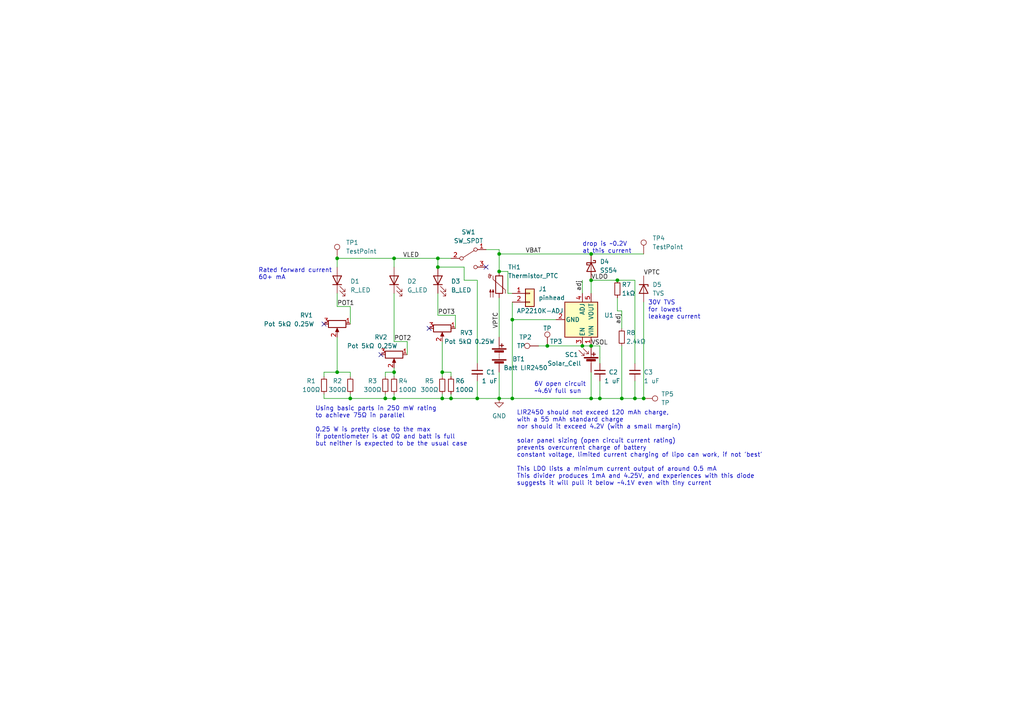
<source format=kicad_sch>
(kicad_sch (version 20211123) (generator eeschema)
  (paper "A4")
  (lib_symbols
    (symbol "Connector:TestPoint" (pin_numbers hide) (pin_names (offset 0.762) hide)
      (property "Reference" "TP" (at 0 6.858 0))
      (property "Value" "TestPoint" (at 0 5.08 0))
      (symbol "TestPoint_0_1"
        (circle (center 0 3.302) (radius 0.762))
      )
      (symbol "TestPoint_1_1"
        (pin passive line (at 0 0 90) (length 2.54) (name "1") (number "1"))
      )
    )
    (symbol "Connector_Generic:Conn_01x02" (pin_names (offset 1.016) hide)
      (property "Reference" "J" (at 0 2.54 0))
      (property "Value" "Conn_01x02" (at 0 -5.08 0))
      (symbol "Conn_01x02_1_1"
        (rectangle (start -1.27 -2.413) (end 0 -2.667) (stroke (width 0.1524)))
        (rectangle (start -1.27 0.127) (end 0 -0.127) (stroke (width 0.1524)))
        (rectangle (start -1.27 1.27) (end 1.27 -3.81) (stroke (width 0.254)) (fill (type background)))
        (pin passive line (at -5.08 0 0) (length 3.81) (name "Pin_1") (number "1"))
        (pin passive line (at -5.08 -2.54 0) (length 3.81) (name "Pin_2") (number "2"))
      )
    )
    (symbol "Device:Battery" (pin_numbers hide) (pin_names (offset 0) hide)
      (property "Reference" "BT" (at 2.54 2.54 0))
      (property "Value" "Battery" (at 2.54 0 0))
      (symbol "Battery_0_1"
        (rectangle (start -2.032 -1.397) (end 2.032 -1.651) (fill (type outline)))
        (rectangle (start -2.032 1.778) (end 2.032 1.524) (fill (type outline)))
        (rectangle (start -1.3208 -1.9812) (end 1.27 -2.4892) (fill (type outline)))
        (rectangle (start -1.3208 1.1938) (end 1.27 0.6858) (fill (type outline)))
        (polyline (pts (xy 0 -1.524) (xy 0 -1.27)))
        (polyline (pts (xy 0 -1.016) (xy 0 -0.762)))
        (polyline (pts (xy 0 -0.508) (xy 0 -0.254)))
        (polyline (pts (xy 0 0) (xy 0 0.254)))
        (polyline (pts (xy 0 0.508) (xy 0 0.762)))
        (polyline (pts (xy 0 1.778) (xy 0 2.54)))
        (polyline (pts (xy 0.254 2.667) (xy 1.27 2.667)) (stroke (width 0.254)))
        (polyline (pts (xy 0.762 3.175) (xy 0.762 2.159)) (stroke (width 0.254)))
      )
      (symbol "Battery_1_1"
        (pin passive line (at 0 5.08 270) (length 2.54) (name "+") (number "1"))
        (pin passive line (at 0 -5.08 90) (length 2.54) (name "-") (number "2"))
      )
    )
    (symbol "Device:C_Small" (pin_numbers hide) (pin_names (offset 0.254) hide)
      (property "Reference" "C" (at 0.254 1.778 0))
      (property "Value" "C_Small" (at 0.254 -2.032 0))
      (symbol "C_Small_0_1"
        (polyline (pts (xy -1.524 -0.508) (xy 1.524 -0.508)) (stroke (width 0.3302)))
        (polyline (pts (xy -1.524 0.508) (xy 1.524 0.508)) (stroke (width 0.3048)))
      )
      (symbol "C_Small_1_1"
        (pin passive line (at 0 2.54 270) (length 2.032) (name "~") (number "1"))
        (pin passive line (at 0 -2.54 90) (length 2.032) (name "~") (number "2"))
      )
    )
    (symbol "Device:D_Schottky" (pin_numbers hide) (pin_names (offset 1.016) hide)
      (property "Reference" "D" (at 0 2.54 0))
      (property "Value" "D_Schottky" (at 0 -2.54 0))
      (symbol "D_Schottky_0_1"
        (polyline (pts (xy 1.27 0) (xy -1.27 0)))
        (polyline (pts (xy 1.27 1.27) (xy 1.27 -1.27) (xy -1.27 0) (xy 1.27 1.27)) (stroke (width 0.254)))
        (polyline (pts (xy -1.905 0.635) (xy -1.905 1.27) (xy -1.27 1.27) (xy -1.27 -1.27) (xy -0.635 -1.27) (xy -0.635 -0.635)) (stroke (width 0.254)))
      )
      (symbol "D_Schottky_1_1"
        (pin passive line (at -3.81 0 0) (length 2.54) (name "K") (number "1"))
        (pin passive line (at 3.81 0 180) (length 2.54) (name "A") (number "2"))
      )
    )
    (symbol "Device:D_Zener" (pin_numbers hide) (pin_names (offset 1.016) hide)
      (property "Reference" "D" (at 0 2.54 0))
      (property "Value" "D_Zener" (at 0 -2.54 0))
      (symbol "D_Zener_0_1"
        (polyline (pts (xy 1.27 0) (xy -1.27 0)))
        (polyline (pts (xy -1.27 -1.27) (xy -1.27 1.27) (xy -0.762 1.27)) (stroke (width 0.254)))
        (polyline (pts (xy 1.27 -1.27) (xy 1.27 1.27) (xy -1.27 0) (xy 1.27 -1.27)) (stroke (width 0.254)))
      )
      (symbol "D_Zener_1_1"
        (pin passive line (at -3.81 0 0) (length 2.54) (name "K") (number "1"))
        (pin passive line (at 3.81 0 180) (length 2.54) (name "A") (number "2"))
      )
    )
    (symbol "Device:LED" (pin_numbers hide) (pin_names (offset 1.016) hide)
      (property "Reference" "D" (at 0 2.54 0))
      (property "Value" "LED" (at 0 -2.54 0))
      (symbol "LED_0_1"
        (polyline (pts (xy -1.27 -1.27) (xy -1.27 1.27)) (stroke (width 0.254)))
        (polyline (pts (xy -1.27 0) (xy 1.27 0)))
        (polyline (pts (xy 1.27 -1.27) (xy 1.27 1.27) (xy -1.27 0) (xy 1.27 -1.27)) (stroke (width 0.254)))
        (polyline (pts (xy -3.048 -0.762) (xy -4.572 -2.286) (xy -3.81 -2.286) (xy -4.572 -2.286) (xy -4.572 -1.524)))
        (polyline (pts (xy -1.778 -0.762) (xy -3.302 -2.286) (xy -2.54 -2.286) (xy -3.302 -2.286) (xy -3.302 -1.524)))
      )
      (symbol "LED_1_1"
        (pin passive line (at -3.81 0 0) (length 2.54) (name "K") (number "1"))
        (pin passive line (at 3.81 0 180) (length 2.54) (name "A") (number "2"))
      )
    )
    (symbol "Device:R_Potentiometer" (pin_names (offset 1.016) hide)
      (property "Reference" "RV" (at -4.445 0 90))
      (property "Value" "R_Potentiometer" (at -2.54 0 90))
      (symbol "R_Potentiometer_0_1"
        (polyline (pts (xy 2.54 0) (xy 1.524 0)))
        (polyline (pts (xy 1.143 0) (xy 2.286 0.508) (xy 2.286 -0.508) (xy 1.143 0)) (fill (type outline)))
        (rectangle (start 1.016 2.54) (end -1.016 -2.54) (stroke (width 0.254)))
      )
      (symbol "R_Potentiometer_1_1"
        (pin passive line (at 0 3.81 270) (length 1.27) (name "1") (number "1"))
        (pin passive line (at 3.81 0 180) (length 1.27) (name "2") (number "2"))
        (pin passive line (at 0 -3.81 90) (length 1.27) (name "3") (number "3"))
      )
    )
    (symbol "Device:R_Small" (pin_numbers hide) (pin_names (offset 0.254) hide)
      (property "Reference" "R" (at 0.762 0.508 0))
      (property "Value" "R_Small" (at 0.762 -1.016 0))
      (symbol "R_Small_0_1"
        (rectangle (start -0.762 1.778) (end 0.762 -1.778) (stroke (width 0.2032)))
      )
      (symbol "R_Small_1_1"
        (pin passive line (at 0 2.54 270) (length 0.762) (name "~") (number "1"))
        (pin passive line (at 0 -2.54 90) (length 0.762) (name "~") (number "2"))
      )
    )
    (symbol "Device:Solar_Cell" (pin_numbers hide) (pin_names (offset 0) hide)
      (property "Reference" "SC" (at 2.54 2.54 0))
      (property "Value" "Solar_Cell" (at 2.54 0 0))
      (symbol "Solar_Cell_0_1"
        (rectangle (start -2.032 1.778) (end 2.032 1.524) (fill (type outline)))
        (rectangle (start -1.3208 1.1938) (end 1.27 0.6858) (fill (type outline)))
        (polyline (pts (xy -2.032 2.286) (xy -3.556 3.81)))
        (polyline (pts (xy -0.762 2.794) (xy -2.286 4.318)))
        (polyline (pts (xy 0 0.762) (xy 0 0)))
        (polyline (pts (xy 0 1.778) (xy 0 2.54)))
        (polyline (pts (xy 0.254 2.667) (xy 1.27 2.667)) (stroke (width 0.254)))
        (polyline (pts (xy 0.762 3.175) (xy 0.762 2.159)) (stroke (width 0.254)))
        (polyline (pts (xy -2.032 3.048) (xy -2.032 2.286) (xy -2.794 2.286)))
        (polyline (pts (xy -0.762 3.556) (xy -0.762 2.794) (xy -1.524 2.794)))
      )
      (symbol "Solar_Cell_1_1"
        (pin passive line (at 0 5.08 270) (length 2.54) (name "+") (number "1"))
        (pin passive line (at 0 -2.54 90) (length 2.54) (name "-") (number "2"))
      )
    )
    (symbol "Device:Thermistor_PTC" (pin_numbers hide) (pin_names (offset 0))
      (property "Reference" "TH" (at -4.064 0 90))
      (property "Value" "Thermistor_PTC" (at 3.048 0 90))
      (symbol "Thermistor_PTC_0_1"
        (arc (start -3.048 2.159) (mid -3.0505 2.3165) (end -3.175 2.413))
        (arc (start -3.048 2.159) (mid -2.9736 1.9794) (end -2.794 1.905))
        (arc (start -3.048 2.794) (mid -2.9736 2.6144) (end -2.794 2.54))
        (arc (start -2.794 1.905) (mid -2.6144 1.9794) (end -2.54 2.159))
        (arc (start -2.794 2.54) (mid -2.434 2.5608) (end -2.159 2.794))
        (arc (start -2.794 3.048) (mid -2.9736 2.9736) (end -3.048 2.794))
        (arc (start -2.54 2.794) (mid -2.6144 2.9736) (end -2.794 3.048))
        (rectangle (start -1.016 2.54) (end 1.016 -2.54) (stroke (width 0.254)))
        (polyline (pts (xy -2.54 2.159) (xy -2.54 2.794)))
        (polyline (pts (xy -1.778 2.54) (xy -1.778 1.524) (xy 1.778 -1.524) (xy 1.778 -2.54)))
        (polyline (pts (xy -2.54 -3.683) (xy -2.54 -1.397) (xy -2.794 -2.159) (xy -2.286 -2.159) (xy -2.54 -1.397) (xy -2.54 -1.651)) (fill (type outline)))
        (polyline (pts (xy -1.778 -3.683) (xy -1.778 -1.397) (xy -2.032 -2.159) (xy -1.524 -2.159) (xy -1.778 -1.397) (xy -1.778 -1.651)) (fill (type outline)))
      )
      (symbol "Thermistor_PTC_1_1"
        (pin passive line (at 0 3.81 270) (length 1.27) (name "~") (number "1"))
        (pin passive line (at 0 -3.81 90) (length 1.27) (name "~") (number "2"))
      )
    )
    (symbol "Regulator_Linear:AP2204K-ADJ" (pin_names (offset 0.254))
      (property "Reference" "U" (at -5.08 5.715 0))
      (property "Value" "AP2204K-ADJ" (at 0 5.715 0))
      (symbol "AP2204K-ADJ_0_1"
        (rectangle (start -5.08 4.445) (end 5.08 -5.08) (stroke (width 0.254)) (fill (type background)))
      )
      (symbol "AP2204K-ADJ_1_1"
        (pin power_in line (at -7.62 2.54 0) (length 2.54) (name "VIN") (number "1"))
        (pin power_in line (at 0 -7.62 90) (length 2.54) (name "GND") (number "2"))
        (pin input line (at -7.62 0 0) (length 2.54) (name "EN") (number "3"))
        (pin input line (at 7.62 0 180) (length 2.54) (name "ADJ") (number "4"))
        (pin power_out line (at 7.62 2.54 180) (length 2.54) (name "VOUT") (number "5"))
      )
    )
    (symbol "Switch:SW_SPDT" (pin_names (offset 0) hide)
      (property "Reference" "SW" (at 0 4.318 0))
      (property "Value" "SW_SPDT" (at 0 -5.08 0))
      (symbol "SW_SPDT_0_0"
        (circle (center -2.032 0) (radius 0.508))
        (circle (center 2.032 -2.54) (radius 0.508))
      )
      (symbol "SW_SPDT_0_1"
        (polyline (pts (xy -1.524 0.254) (xy 1.651 2.286)))
        (circle (center 2.032 2.54) (radius 0.508))
      )
      (symbol "SW_SPDT_1_1"
        (pin passive line (at 5.08 2.54 180) (length 2.54) (name "A") (number "1"))
        (pin passive line (at -5.08 0 0) (length 2.54) (name "B") (number "2"))
        (pin passive line (at 5.08 -2.54 180) (length 2.54) (name "C") (number "3"))
      )
    )
    (symbol "power:GND" (power) (pin_names (offset 0))
      (property "Value" "GND" (at 0 -3.81 0))
      (symbol "GND_0_1"
        (polyline (pts (xy 0 0) (xy 0 -1.27) (xy 1.27 -1.27) (xy 0 -2.54) (xy -1.27 -1.27) (xy 0 -1.27)))
      )
      (symbol "GND_1_1"
        (pin power_in line (at 0 0 270) (length 0) hide (name "GND") (number "1"))
      )
    )
  )
  (junction (at 171.45 81.28))
  (junction (at 128.27 115.57))
  (junction (at 97.79 107.95))
  (junction (at 128.27 107.95))
  (junction (at 114.3 74.93))
  (junction (at 127 77.47))
  (junction (at 158.75 100.33))
  (junction (at 179.07 81.28))
  (junction (at 144.78 73.66))
  (junction (at 114.3 107.95))
  (junction (at 168.91 100.33))
  (junction (at 111.76 115.57))
  (junction (at 186.69 115.57))
  (junction (at 173.99 115.57))
  (junction (at 127 74.93))
  (junction (at 144.78 78.74))
  (junction (at 114.3 115.57))
  (junction (at 97.79 74.93))
  (junction (at 184.15 115.57))
  (junction (at 171.45 100.33))
  (junction (at 138.43 115.57))
  (junction (at 144.78 115.57))
  (junction (at 171.45 73.66))
  (junction (at 148.59 115.57))
  (junction (at 171.45 115.57))
  (junction (at 101.6 115.57))
  (junction (at 130.81 115.57))
  (junction (at 180.34 115.57))
  (junction (at 148.59 92.71))
  (no_connect (at 124.46 95.25))
  (no_connect (at 110.49 102.87))
  (no_connect (at 93.98 93.98))
  (no_connect (at 140.97 77.47))
  (wire (pts (xy 101.6 107.95) (xy 97.79 107.95)))
  (wire (pts (xy 132.08 91.44) (xy 132.08 95.25)))
  (wire (pts (xy 130.81 114.3) (xy 130.81 115.57)))
  (wire (pts (xy 114.3 114.3) (xy 114.3 115.57)))
  (wire (pts (xy 180.34 100.33) (xy 180.34 115.57)))
  (wire (pts (xy 168.91 81.28) (xy 168.91 85.09)))
  (wire (pts (xy 97.79 74.93) (xy 114.3 74.93)))
  (wire (pts (xy 147.32 85.09) (xy 147.32 78.74)))
  (wire (pts (xy 130.81 109.22) (xy 130.81 107.95)))
  (wire (pts (xy 156.21 100.33) (xy 158.75 100.33)))
  (wire (pts (xy 148.59 87.63) (xy 148.59 92.71)))
  (wire (pts (xy 114.3 74.93) (xy 127 74.93)))
  (wire (pts (xy 186.69 87.63) (xy 186.69 115.57)))
  (wire (pts (xy 148.59 115.57) (xy 171.45 115.57)))
  (wire (pts (xy 180.34 90.17) (xy 179.07 90.17)))
  (wire (pts (xy 93.98 107.95) (xy 93.98 109.22)))
  (wire (pts (xy 134.62 81.28) (xy 134.62 77.47)))
  (wire (pts (xy 138.43 110.49) (xy 138.43 115.57)))
  (wire (pts (xy 148.59 85.09) (xy 147.32 85.09)))
  (wire (pts (xy 130.81 115.57) (xy 138.43 115.57)))
  (wire (pts (xy 101.6 114.3) (xy 101.6 115.57)))
  (wire (pts (xy 144.78 107.95) (xy 144.78 115.57)))
  (wire (pts (xy 114.3 77.47) (xy 114.3 74.93)))
  (wire (pts (xy 144.78 73.66) (xy 171.45 73.66)))
  (wire (pts (xy 184.15 81.28) (xy 179.07 81.28)))
  (wire (pts (xy 179.07 86.36) (xy 179.07 90.17)))
  (wire (pts (xy 171.45 115.57) (xy 173.99 115.57)))
  (wire (pts (xy 118.11 99.06) (xy 118.11 102.87)))
  (wire (pts (xy 127 74.93) (xy 130.81 74.93)))
  (wire (pts (xy 148.59 92.71) (xy 161.29 92.71)))
  (wire (pts (xy 179.07 81.28) (xy 171.45 81.28)))
  (wire (pts (xy 128.27 107.95) (xy 128.27 109.22)))
  (wire (pts (xy 144.78 78.74) (xy 147.32 78.74)))
  (wire (pts (xy 128.27 114.3) (xy 128.27 115.57)))
  (wire (pts (xy 144.78 72.39) (xy 144.78 73.66)))
  (wire (pts (xy 111.76 115.57) (xy 114.3 115.57)))
  (wire (pts (xy 128.27 107.95) (xy 130.81 107.95)))
  (wire (pts (xy 171.45 100.33) (xy 173.99 100.33)))
  (wire (pts (xy 101.6 88.9) (xy 101.6 93.98)))
  (wire (pts (xy 144.78 115.57) (xy 148.59 115.57)))
  (wire (pts (xy 171.45 107.95) (xy 171.45 115.57)))
  (wire (pts (xy 180.34 95.25) (xy 180.34 90.17)))
  (wire (pts (xy 114.3 99.06) (xy 118.11 99.06)))
  (wire (pts (xy 171.45 81.28) (xy 171.45 85.09)))
  (wire (pts (xy 93.98 114.3) (xy 93.98 115.57)))
  (wire (pts (xy 97.79 88.9) (xy 101.6 88.9)))
  (wire (pts (xy 114.3 106.68) (xy 114.3 107.95)))
  (wire (pts (xy 97.79 97.79) (xy 97.79 107.95)))
  (wire (pts (xy 111.76 109.22) (xy 111.76 107.95)))
  (wire (pts (xy 114.3 115.57) (xy 128.27 115.57)))
  (wire (pts (xy 168.91 100.33) (xy 171.45 100.33)))
  (wire (pts (xy 128.27 115.57) (xy 130.81 115.57)))
  (wire (pts (xy 144.78 86.36) (xy 144.78 97.79)))
  (wire (pts (xy 114.3 85.09) (xy 114.3 99.06)))
  (wire (pts (xy 173.99 115.57) (xy 180.34 115.57)))
  (wire (pts (xy 111.76 107.95) (xy 114.3 107.95)))
  (wire (pts (xy 127 85.09) (xy 127 91.44)))
  (wire (pts (xy 144.78 73.66) (xy 144.78 78.74)))
  (wire (pts (xy 93.98 115.57) (xy 101.6 115.57)))
  (wire (pts (xy 138.43 105.41) (xy 138.43 81.28)))
  (wire (pts (xy 97.79 77.47) (xy 97.79 74.93)))
  (wire (pts (xy 127 91.44) (xy 132.08 91.44)))
  (wire (pts (xy 114.3 107.95) (xy 114.3 109.22)))
  (wire (pts (xy 171.45 73.66) (xy 186.69 73.66)))
  (wire (pts (xy 101.6 109.22) (xy 101.6 107.95)))
  (wire (pts (xy 97.79 107.95) (xy 93.98 107.95)))
  (wire (pts (xy 138.43 115.57) (xy 144.78 115.57)))
  (wire (pts (xy 173.99 100.33) (xy 173.99 105.41)))
  (wire (pts (xy 111.76 114.3) (xy 111.76 115.57)))
  (wire (pts (xy 184.15 115.57) (xy 186.69 115.57)))
  (wire (pts (xy 127 74.93) (xy 127 77.47)))
  (wire (pts (xy 140.97 72.39) (xy 144.78 72.39)))
  (wire (pts (xy 134.62 77.47) (xy 127 77.47)))
  (wire (pts (xy 158.75 100.33) (xy 168.91 100.33)))
  (wire (pts (xy 148.59 92.71) (xy 148.59 115.57)))
  (wire (pts (xy 184.15 105.41) (xy 184.15 81.28)))
  (wire (pts (xy 101.6 115.57) (xy 111.76 115.57)))
  (wire (pts (xy 128.27 99.06) (xy 128.27 107.95)))
  (wire (pts (xy 180.34 115.57) (xy 184.15 115.57)))
  (wire (pts (xy 97.79 85.09) (xy 97.79 88.9)))
  (wire (pts (xy 184.15 110.49) (xy 184.15 115.57)))
  (wire (pts (xy 138.43 81.28) (xy 134.62 81.28)))
  (wire (pts (xy 173.99 110.49) (xy 173.99 115.57)))
  (text "Rated forward current\n60+ mA" (at 74.93 81.28 0) (effects (font (size 1.27 1.27)) (justify left bottom)))
  (text "LIR2450 should not exceed 120 mAh charge,\nwith a 55 mAh standard charge\nnor should it exceed 4.2V (with a small margin)\n\nsolar panel sizing (open circuit current rating)\nprevents overcurrent charge of battery\nconstant voltage, limited current charging of lipo can work, if not 'best'\n\nThis LDO lists a minimum current output of around 0.5 mA\nThis divider produces 1mA and 4.25V, and experiences with this diode\nsuggests it will pull it below ~4.1V even with tiny current" (at 149.86 140.97 0) (effects (font (size 1.27 1.27)) (justify left bottom)))
  (text "6V open circuit\n~4.6V full sun" (at 154.94 114.3 0) (effects (font (size 1.27 1.27)) (justify left bottom)))
  (text "30V TVS\nfor lowest\nleakage current" (at 187.96 92.71 0) (effects (font (size 1.27 1.27)) (justify left bottom)))
  (text "Using basic parts in 250 mW rating\nto achieve 75Ω in parallel\n\n0.25 W is pretty close to the max\nif potentiometer is at 0Ω and batt is full\nbut neither is expected to be the usual case" (at 91.44 129.54 0) (effects (font (size 1.27 1.27)) (justify left bottom)))
  (text "drop is ~0.2V\nat this current" (at 168.91 73.66 0) (effects (font (size 1.27 1.27)) (justify left bottom)))
  (label "POT2" (at 114.3 99.06 0))
  (label "adj" (at 168.91 81.28 270))
  (label "VLED" (at 116.84 74.93 0))
  (label "VBAT" (at 152.4 73.66 0))
  (label "VSOL" (at 171.45 100.33 0))
  (label "VPTC" (at 186.69 80.01 0))
  (label "POT1" (at 97.79 88.9 0))
  (label "VLDO" (at 171.45 81.28 0))
  (label "VPTC" (at 144.78 95.25 90))
  (label "adj" (at 180.34 93.98 90))
  (label "POT3" (at 127 91.44 0))
  (symbol (lib_id "Device:R_Small") (at 180.34 97.79 0) (unit 1)
    (property "Reference" "R8" (at 181.61 96.52 0) (effects (justify left)))
    (property "Value" "2.4kΩ" (at 181.61 99.06 0) (effects (justify left)))
    (property "Footprint" "Resistor_SMD:R_0805_2012Metric_Pad1.20x1.40mm_HandSolder" (effects hide))
    (property "Vendor" "C17526" (effects hide))
  )
  (symbol (lib_id "Connector_Generic:Conn_01x02") (at 153.67 85.09 0) (unit 1)
    (property "Reference" "J1" (at 156.21 83.82 0) (effects (justify left)))
    (property "Value" "pinhead" (at 156.21 86.36 0) (effects (justify left)))
    (property "Footprint" "Connector_PinHeader_2.54mm:PinHeader_1x02_P2.54mm_Vertical" (effects hide))
  )
  (symbol (lib_id "Connector:TestPoint") (at 186.69 115.57 270) (unit 1)
    (property "Reference" "TP5" (at 191.77 114.2999 90) (effects (justify left)))
    (property "Value" "TP" (at 191.77 116.8399 90) (effects (justify left)))
    (property "Footprint" "TestPoint:TestPoint_Pad_4.0x4.0mm" (effects hide))
  )
  (symbol (lib_id "Device:R_Potentiometer") (at 114.3 102.87 270) (unit 1)
    (property "Reference" "RV2" (at 110.49 97.79 90))
    (property "Value" "Pot 5kΩ 0.25W" (at 107.95 100.33 90))
    (property "Footprint" "Potentiometer_SMD:Potentiometer_Bourns_3314G_Vertical" (effects hide))
    (property "Vendor" "C719180" (effects hide))
  )
  (symbol (lib_id "Switch:SW_SPDT") (at 135.89 74.93 0) (unit 1)
    (property "Reference" "SW1" (at 135.89 67.31 0))
    (property "Value" "SW_SPDT" (at 135.89 69.85 0))
    (property "Footprint" "Button_Switch_SMD:SW_SPDT_PCM12" (effects hide))
    (property "Vendor" "C128955" (effects hide))
  )
  (symbol (lib_id "Regulator_Linear:AP2204K-ADJ") (at 168.91 92.71 270) (mirror x) (unit 1)
    (property "Reference" "U1" (at 175.26 91.4399 90) (effects (justify left)))
    (property "Value" "AP2210K-ADJ" (at 149.86 90.17 90) (effects (justify left)))
    (property "Footprint" "Package_TO_SOT_SMD:SOT-23-5" (effects hide))
    (property "Datasheet" "https://www.diodes.com/assets/Datasheets/AP2204.pdf" (effects hide))
    (property "Vendor" "C507874" (effects hide))
  )
  (symbol (lib_id "Device:R_Small") (at 114.3 111.76 0) (unit 1)
    (property "Reference" "R4" (at 115.57 110.49 0) (effects (justify left)))
    (property "Value" "100Ω" (at 115.57 113.03 0) (effects (justify left)))
    (property "Footprint" "Resistor_SMD:R_1206_3216Metric" (effects hide))
    (property "Vendor" "C17901" (effects hide))
  )
  (symbol (lib_id "Device:D_Schottky") (at 171.45 77.47 270) (unit 1)
    (property "Reference" "D4" (at 173.99 75.8824 90) (effects (justify left)))
    (property "Value" "SS54" (at 173.99 78.4224 90) (effects (justify left)))
    (property "Footprint" "Diode_SMD:D_SMA_Handsoldering" (effects hide))
    (property "Vendor" "C22452" (effects hide))
  )
  (symbol (lib_id "Connector:TestPoint") (at 186.69 73.66 0) (mirror y) (unit 1)
    (property "Reference" "TP4" (at 189.23 69.0879 0) (effects (justify right)))
    (property "Value" "TestPoint" (at 189.23 71.6279 0) (effects (justify right)))
    (property "Footprint" "TestPoint:TestPoint_Pad_2.0x2.0mm" (effects hide))
  )
  (symbol (lib_id "Device:LED") (at 127 81.28 90) (unit 1)
    (property "Reference" "D3" (at 130.81 81.5974 90) (effects (justify right)))
    (property "Value" "B_LED" (at 130.81 84.1374 90) (effects (justify right)))
    (property "Footprint" "PowerIC:LED_SMD3030" (effects hide))
    (property "Vendor" "C440449" (effects hide))
  )
  (symbol (lib_id "Connector:TestPoint") (at 156.21 100.33 90) (mirror x) (unit 1)
    (property "Reference" "TP2" (at 152.4 97.79 90))
    (property "Value" "TP" (at 151.13 100.33 90))
    (property "Footprint" "TestPoint:TestPoint_Pad_4.0x4.0mm" (effects hide))
  )
  (symbol (lib_id "Device:LED") (at 97.79 81.28 90) (unit 1)
    (property "Reference" "D1" (at 101.6 81.5974 90) (effects (justify right)))
    (property "Value" "R_LED" (at 101.6 84.1374 90) (effects (justify right)))
    (property "Footprint" "PowerIC:LED_SMD3030" (effects hide))
    (property "Vendor" "C1322324" (effects hide))
  )
  (symbol (lib_id "Device:C_Small") (at 184.15 107.95 0) (unit 1)
    (property "Reference" "C3" (at 186.69 107.95 0) (effects (justify left)))
    (property "Value" "1 uF" (at 186.69 110.49 0) (effects (justify left)))
    (property "Footprint" "Capacitor_SMD:C_0805_2012Metric_Pad1.18x1.45mm_HandSolder" (effects hide))
    (property "Vendor" "C28323" (effects hide))
  )
  (symbol (lib_id "Device:R_Small") (at 111.76 111.76 0) (unit 1)
    (property "Reference" "R3" (at 106.68 110.49 0) (effects (justify left)))
    (property "Value" "300Ω" (at 105.41 113.03 0) (effects (justify left)))
    (property "Footprint" "Resistor_SMD:R_1206_3216Metric" (effects hide))
    (property "Vendor" "C17887" (effects hide))
  )
  (symbol (lib_id "Device:R_Small") (at 179.07 83.82 0) (unit 1)
    (property "Reference" "R7" (at 180.34 82.55 0) (effects (justify left)))
    (property "Value" "1kΩ" (at 180.34 85.09 0) (effects (justify left)))
    (property "Footprint" "Resistor_SMD:R_0805_2012Metric_Pad1.20x1.40mm_HandSolder" (effects hide))
    (property "Vendor" "C17513" (effects hide))
  )
  (symbol (lib_id "Device:R_Small") (at 130.81 111.76 0) (unit 1)
    (property "Reference" "R6" (at 132.08 110.49 0) (effects (justify left)))
    (property "Value" "100Ω" (at 132.08 113.03 0) (effects (justify left)))
    (property "Footprint" "Resistor_SMD:R_1206_3216Metric" (effects hide))
    (property "Vendor" "C17901" (effects hide))
  )
  (symbol (lib_id "Device:Battery") (at 144.78 102.87 0) (unit 1)
    (property "Reference" "BT1" (at 148.59 104.14 0) (effects (justify left)))
    (property "Value" "Batt LIR2450" (at 146.05 106.68 0) (effects (justify left)))
    (property "Footprint" "Battery:BatteryHolder_Keystone_3008_1x2450" (effects hide))
    (property "Vendor" "C964845" (effects hide))
  )
  (symbol (lib_id "Device:C_Small") (at 173.99 107.95 0) (unit 1)
    (property "Reference" "C2" (at 176.53 107.95 0) (effects (justify left)))
    (property "Value" "1 uF" (at 175.26 110.49 0) (effects (justify left)))
    (property "Footprint" "Capacitor_SMD:C_0805_2012Metric_Pad1.18x1.45mm_HandSolder" (effects hide))
    (property "Vendor" "C28323" (effects hide))
  )
  (symbol (lib_id "Device:C_Small") (at 138.43 107.95 0) (unit 1)
    (property "Reference" "C1" (at 140.97 107.95 0) (effects (justify left)))
    (property "Value" "1 uF" (at 139.7 110.49 0) (effects (justify left)))
    (property "Footprint" "Capacitor_SMD:C_0805_2012Metric_Pad1.18x1.45mm_HandSolder" (effects hide))
    (property "Vendor" "C28323" (effects hide))
  )
  (symbol (lib_id "Device:R_Potentiometer") (at 128.27 95.25 270) (unit 1)
    (property "Reference" "RV3" (at 137.16 96.52 90) (effects (justify right)))
    (property "Value" "Pot 5kΩ 0.25W" (at 143.51 99.06 90) (effects (justify right)))
    (property "Footprint" "Potentiometer_SMD:Potentiometer_Bourns_3314G_Vertical" (effects hide))
    (property "Vendor" "C719180" (effects hide))
  )
  (symbol (lib_id "Device:D_Zener") (at 186.69 83.82 270) (unit 1)
    (property "Reference" "D5" (at 189.23 82.5499 90) (effects (justify left)))
    (property "Value" "TVS" (at 189.23 85.0899 90) (effects (justify left)))
    (property "Footprint" "Diode_SMD:D_SOD-123" (effects hide))
    (property "Vendor" "C2990493" (effects hide))
  )
  (symbol (lib_id "Device:R_Small") (at 93.98 111.76 0) (unit 1)
    (property "Reference" "R1" (at 88.9 110.49 0) (effects (justify left)))
    (property "Value" "100Ω" (at 87.63 113.03 0) (effects (justify left)))
    (property "Footprint" "Resistor_SMD:R_1206_3216Metric" (effects hide))
    (property "Vendor" "C17901" (effects hide))
  )
  (symbol (lib_id "Device:LED") (at 114.3 81.28 90) (unit 1)
    (property "Reference" "D2" (at 118.11 81.5974 90) (effects (justify right)))
    (property "Value" "G_LED" (at 118.11 84.1374 90) (effects (justify right)))
    (property "Footprint" "PowerIC:LED_SMD3030" (effects hide))
    (property "Vendor" "C1322325" (effects hide))
  )
  (symbol (lib_id "Device:R_Potentiometer") (at 97.79 93.98 270) (unit 1)
    (property "Reference" "RV1" (at 88.9 91.44 90))
    (property "Value" "Pot 5kΩ 0.25W" (at 83.82 93.98 90))
    (property "Footprint" "Potentiometer_SMD:Potentiometer_Bourns_3314G_Vertical" (effects hide))
    (property "Vendor" "C719180" (effects hide))
  )
  (symbol (lib_id "Connector:TestPoint") (at 158.75 100.33 0) (mirror y) (unit 1)
    (property "Reference" "TP3" (at 161.29 99.06 0))
    (property "Value" "TP" (at 158.75 95.25 0))
    (property "Footprint" "TestPoint:TestPoint_Pad_1.0x1.0mm" (effects hide))
  )
  (symbol (lib_id "Device:R_Small") (at 128.27 111.76 0) (unit 1)
    (property "Reference" "R5" (at 123.19 110.49 0) (effects (justify left)))
    (property "Value" "300Ω" (at 121.92 113.03 0) (effects (justify left)))
    (property "Footprint" "Resistor_SMD:R_1206_3216Metric" (effects hide))
    (property "Vendor" "C17887" (effects hide))
  )
  (symbol (lib_id "Connector:TestPoint") (at 97.79 74.93 0) (unit 1)
    (property "Reference" "TP1" (at 100.33 70.3579 0) (effects (justify left)))
    (property "Value" "TestPoint" (at 100.33 72.8979 0) (effects (justify left)))
    (property "Footprint" "TestPoint:TestPoint_Pad_2.0x2.0mm" (effects hide))
  )
  (symbol (lib_id "Device:Solar_Cell") (at 171.45 105.41 0) (unit 1)
    (property "Reference" "SC1" (at 163.83 102.87 0) (effects (justify left)))
    (property "Value" "Solar_Cell" (at 158.75 105.41 0) (effects (justify left)))
    (property "Footprint" "Resistor_SMD:R_4020_10251Metric" (effects hide))
    (property "Vendor" "SM141K10LV" (effects hide))
  )
  (symbol (lib_id "Device:Thermistor_PTC") (at 144.78 82.55 0) (unit 1)
    (property "Reference" "TH1" (at 147.32 77.47 0) (effects (justify left)))
    (property "Value" "Thermistor_PTC" (at 147.32 80.01 0) (effects (justify left)))
    (property "Footprint" "Resistor_SMD:R_1812_4532Metric_Pad1.30x3.40mm_HandSolder" (effects hide))
  )
  (symbol (lib_id "power:GND") (at 144.78 115.57 0) (unit 1)
    (property "Reference" "#PWR01" (effects hide))
    (property "Value" "GND" (at 144.78 120.65 0))
  )
  (symbol (lib_id "Device:R_Small") (at 101.6 111.76 0) (unit 1)
    (property "Reference" "R2" (at 96.52 110.49 0) (effects (justify left)))
    (property "Value" "300Ω" (at 95.25 113.03 0) (effects (justify left)))
    (property "Footprint" "Resistor_SMD:R_1206_3216Metric" (effects hide))
    (property "Vendor" "C17887" (effects hide))
  )
)
</source>
